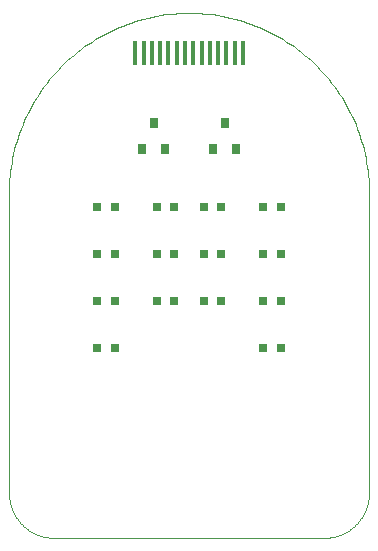
<source format=gtp>
G75*
%MOIN*%
%OFA0B0*%
%FSLAX25Y25*%
%IPPOS*%
%LPD*%
%AMOC8*
5,1,8,0,0,1.08239X$1,22.5*
%
%ADD10R,0.01378X0.07874*%
%ADD11R,0.03150X0.03543*%
%ADD12R,0.03150X0.03150*%
%ADD13C,0.00000*%
D10*
X0043126Y0163217D03*
X0045882Y0163217D03*
X0048638Y0163217D03*
X0051394Y0163217D03*
X0054150Y0163217D03*
X0056906Y0163217D03*
X0059661Y0163217D03*
X0062417Y0163217D03*
X0065173Y0163217D03*
X0067929Y0163217D03*
X0070685Y0163217D03*
X0073441Y0163217D03*
X0076197Y0163217D03*
X0078953Y0163217D03*
D11*
X0072929Y0139989D03*
X0076630Y0131328D03*
X0068992Y0131328D03*
X0053008Y0131328D03*
X0049307Y0139989D03*
X0045370Y0131328D03*
D12*
X0050173Y0112036D03*
X0056079Y0112036D03*
X0065921Y0112036D03*
X0071827Y0112036D03*
X0071827Y0096288D03*
X0065921Y0096288D03*
X0056079Y0096288D03*
X0050173Y0096288D03*
X0050173Y0080540D03*
X0056079Y0080540D03*
X0065921Y0080540D03*
X0071827Y0080540D03*
X0085606Y0080540D03*
X0091512Y0080540D03*
X0091512Y0064792D03*
X0085606Y0064792D03*
X0085606Y0096288D03*
X0091512Y0096288D03*
X0091512Y0112036D03*
X0085606Y0112036D03*
X0036394Y0112036D03*
X0030488Y0112036D03*
X0030488Y0096288D03*
X0036394Y0096288D03*
X0036394Y0080540D03*
X0030488Y0080540D03*
X0030488Y0064792D03*
X0036394Y0064792D03*
D13*
X0001000Y0016603D02*
X0001000Y0116603D01*
X0001018Y0118064D01*
X0001071Y0119524D01*
X0001160Y0120983D01*
X0001284Y0122439D01*
X0001444Y0123891D01*
X0001639Y0125339D01*
X0001870Y0126782D01*
X0002135Y0128219D01*
X0002435Y0129649D01*
X0002770Y0131071D01*
X0003140Y0132485D01*
X0003544Y0133889D01*
X0003982Y0135283D01*
X0004454Y0136666D01*
X0004959Y0138037D01*
X0005498Y0139395D01*
X0006069Y0140740D01*
X0006673Y0142070D01*
X0007309Y0143386D01*
X0007977Y0144685D01*
X0008677Y0145968D01*
X0009408Y0147233D01*
X0010169Y0148481D01*
X0010960Y0149709D01*
X0011781Y0150918D01*
X0012631Y0152106D01*
X0013510Y0153273D01*
X0014417Y0154419D01*
X0015352Y0155542D01*
X0016314Y0156642D01*
X0017302Y0157718D01*
X0018316Y0158770D01*
X0019356Y0159797D01*
X0020420Y0160798D01*
X0021508Y0161774D01*
X0022620Y0162722D01*
X0023754Y0163643D01*
X0024911Y0164536D01*
X0026088Y0165400D01*
X0027287Y0166236D01*
X0028506Y0167042D01*
X0029744Y0167819D01*
X0031000Y0168565D01*
X0032274Y0169280D01*
X0033565Y0169964D01*
X0034873Y0170616D01*
X0036196Y0171236D01*
X0037534Y0171824D01*
X0038885Y0172379D01*
X0040250Y0172901D01*
X0041627Y0173389D01*
X0043016Y0173844D01*
X0044415Y0174265D01*
X0045824Y0174652D01*
X0047242Y0175004D01*
X0048668Y0175322D01*
X0050102Y0175605D01*
X0051542Y0175853D01*
X0052987Y0176066D01*
X0054438Y0176243D01*
X0055892Y0176385D01*
X0057349Y0176492D01*
X0058809Y0176563D01*
X0060269Y0176599D01*
X0061731Y0176599D01*
X0063191Y0176563D01*
X0064651Y0176492D01*
X0066108Y0176385D01*
X0067562Y0176243D01*
X0069013Y0176066D01*
X0070458Y0175853D01*
X0071898Y0175605D01*
X0073332Y0175322D01*
X0074758Y0175004D01*
X0076176Y0174652D01*
X0077585Y0174265D01*
X0078984Y0173844D01*
X0080373Y0173389D01*
X0081750Y0172901D01*
X0083115Y0172379D01*
X0084466Y0171824D01*
X0085804Y0171236D01*
X0087127Y0170616D01*
X0088435Y0169964D01*
X0089726Y0169280D01*
X0091000Y0168565D01*
X0092256Y0167819D01*
X0093494Y0167042D01*
X0094713Y0166236D01*
X0095912Y0165400D01*
X0097089Y0164536D01*
X0098246Y0163643D01*
X0099380Y0162722D01*
X0100492Y0161774D01*
X0101580Y0160798D01*
X0102644Y0159797D01*
X0103684Y0158770D01*
X0104698Y0157718D01*
X0105686Y0156642D01*
X0106648Y0155542D01*
X0107583Y0154419D01*
X0108490Y0153273D01*
X0109369Y0152106D01*
X0110219Y0150918D01*
X0111040Y0149709D01*
X0111831Y0148481D01*
X0112592Y0147233D01*
X0113323Y0145968D01*
X0114023Y0144685D01*
X0114691Y0143386D01*
X0115327Y0142070D01*
X0115931Y0140740D01*
X0116502Y0139395D01*
X0117041Y0138037D01*
X0117546Y0136666D01*
X0118018Y0135283D01*
X0118456Y0133889D01*
X0118860Y0132485D01*
X0119230Y0131071D01*
X0119565Y0129649D01*
X0119865Y0128219D01*
X0120130Y0126782D01*
X0120361Y0125339D01*
X0120556Y0123891D01*
X0120716Y0122439D01*
X0120840Y0120983D01*
X0120929Y0119524D01*
X0120982Y0118064D01*
X0121000Y0116603D01*
X0121000Y0016603D01*
X0120996Y0016241D01*
X0120982Y0015878D01*
X0120961Y0015516D01*
X0120930Y0015155D01*
X0120891Y0014795D01*
X0120843Y0014436D01*
X0120786Y0014078D01*
X0120721Y0013721D01*
X0120647Y0013366D01*
X0120564Y0013013D01*
X0120473Y0012662D01*
X0120374Y0012314D01*
X0120266Y0011968D01*
X0120150Y0011624D01*
X0120025Y0011284D01*
X0119893Y0010947D01*
X0119752Y0010613D01*
X0119603Y0010282D01*
X0119446Y0009955D01*
X0119282Y0009632D01*
X0119110Y0009313D01*
X0118930Y0008999D01*
X0118742Y0008688D01*
X0118547Y0008383D01*
X0118345Y0008082D01*
X0118135Y0007786D01*
X0117919Y0007496D01*
X0117695Y0007210D01*
X0117465Y0006930D01*
X0117228Y0006656D01*
X0116984Y0006388D01*
X0116734Y0006125D01*
X0116478Y0005869D01*
X0116215Y0005619D01*
X0115947Y0005375D01*
X0115673Y0005138D01*
X0115393Y0004908D01*
X0115107Y0004684D01*
X0114817Y0004468D01*
X0114521Y0004258D01*
X0114220Y0004056D01*
X0113915Y0003861D01*
X0113604Y0003673D01*
X0113290Y0003493D01*
X0112971Y0003321D01*
X0112648Y0003157D01*
X0112321Y0003000D01*
X0111990Y0002851D01*
X0111656Y0002710D01*
X0111319Y0002578D01*
X0110979Y0002453D01*
X0110635Y0002337D01*
X0110289Y0002229D01*
X0109941Y0002130D01*
X0109590Y0002039D01*
X0109237Y0001956D01*
X0108882Y0001882D01*
X0108525Y0001817D01*
X0108167Y0001760D01*
X0107808Y0001712D01*
X0107448Y0001673D01*
X0107087Y0001642D01*
X0106725Y0001621D01*
X0106362Y0001607D01*
X0106000Y0001603D01*
X0016000Y0001603D01*
X0015638Y0001607D01*
X0015275Y0001621D01*
X0014913Y0001642D01*
X0014552Y0001673D01*
X0014192Y0001712D01*
X0013833Y0001760D01*
X0013475Y0001817D01*
X0013118Y0001882D01*
X0012763Y0001956D01*
X0012410Y0002039D01*
X0012059Y0002130D01*
X0011711Y0002229D01*
X0011365Y0002337D01*
X0011021Y0002453D01*
X0010681Y0002578D01*
X0010344Y0002710D01*
X0010010Y0002851D01*
X0009679Y0003000D01*
X0009352Y0003157D01*
X0009029Y0003321D01*
X0008710Y0003493D01*
X0008396Y0003673D01*
X0008085Y0003861D01*
X0007780Y0004056D01*
X0007479Y0004258D01*
X0007183Y0004468D01*
X0006893Y0004684D01*
X0006607Y0004908D01*
X0006327Y0005138D01*
X0006053Y0005375D01*
X0005785Y0005619D01*
X0005522Y0005869D01*
X0005266Y0006125D01*
X0005016Y0006388D01*
X0004772Y0006656D01*
X0004535Y0006930D01*
X0004305Y0007210D01*
X0004081Y0007496D01*
X0003865Y0007786D01*
X0003655Y0008082D01*
X0003453Y0008383D01*
X0003258Y0008688D01*
X0003070Y0008999D01*
X0002890Y0009313D01*
X0002718Y0009632D01*
X0002554Y0009955D01*
X0002397Y0010282D01*
X0002248Y0010613D01*
X0002107Y0010947D01*
X0001975Y0011284D01*
X0001850Y0011624D01*
X0001734Y0011968D01*
X0001626Y0012314D01*
X0001527Y0012662D01*
X0001436Y0013013D01*
X0001353Y0013366D01*
X0001279Y0013721D01*
X0001214Y0014078D01*
X0001157Y0014436D01*
X0001109Y0014795D01*
X0001070Y0015155D01*
X0001039Y0015516D01*
X0001018Y0015878D01*
X0001004Y0016241D01*
X0001000Y0016603D01*
M02*

</source>
